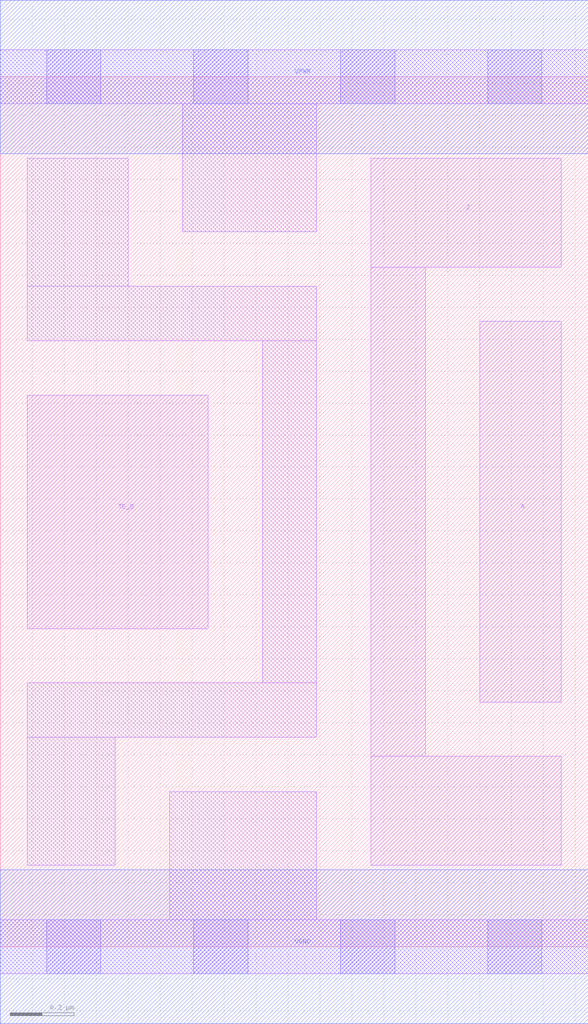
<source format=lef>
# Copyright 2020 The SkyWater PDK Authors
#
# Licensed under the Apache License, Version 2.0 (the "License");
# you may not use this file except in compliance with the License.
# You may obtain a copy of the License at
#
#     https://www.apache.org/licenses/LICENSE-2.0
#
# Unless required by applicable law or agreed to in writing, software
# distributed under the License is distributed on an "AS IS" BASIS,
# WITHOUT WARRANTIES OR CONDITIONS OF ANY KIND, either express or implied.
# See the License for the specific language governing permissions and
# limitations under the License.
#
# SPDX-License-Identifier: Apache-2.0

VERSION 5.7 ;
  NAMESCASESENSITIVE ON ;
  NOWIREEXTENSIONATPIN ON ;
  DIVIDERCHAR "/" ;
  BUSBITCHARS "[]" ;
UNITS
  DATABASE MICRONS 200 ;
END UNITS
MACRO sky130_fd_sc_hd__einvn_0
  CLASS CORE ;
  SOURCE USER ;
  FOREIGN sky130_fd_sc_hd__einvn_0 ;
  ORIGIN  0.000000  0.000000 ;
  SIZE  1.840000 BY  2.720000 ;
  SYMMETRY X Y R90 ;
  SITE unithd ;
  PIN A
    ANTENNAGATEAREA  0.159000 ;
    DIRECTION INPUT ;
    USE SIGNAL ;
    PORT
      LAYER li1 ;
        RECT 1.500000 0.765000 1.755000 1.955000 ;
    END
  END A
  PIN TE_B
    ANTENNAGATEAREA  0.222000 ;
    DIRECTION INPUT ;
    USE SIGNAL ;
    PORT
      LAYER li1 ;
        RECT 0.085000 0.995000 0.650000 1.725000 ;
    END
  END TE_B
  PIN Z
    ANTENNADIFFAREA  0.275600 ;
    DIRECTION OUTPUT ;
    USE SIGNAL ;
    PORT
      LAYER li1 ;
        RECT 1.160000 0.255000 1.755000 0.595000 ;
        RECT 1.160000 0.595000 1.330000 2.125000 ;
        RECT 1.160000 2.125000 1.755000 2.465000 ;
    END
  END Z
  PIN VGND
    DIRECTION INOUT ;
    SHAPE ABUTMENT ;
    USE GROUND ;
    PORT
      LAYER met1 ;
        RECT 0.000000 -0.240000 1.840000 0.240000 ;
    END
  END VGND
  PIN VPWR
    DIRECTION INOUT ;
    SHAPE ABUTMENT ;
    USE POWER ;
    PORT
      LAYER met1 ;
        RECT 0.000000 2.480000 1.840000 2.960000 ;
    END
  END VPWR
  OBS
    LAYER li1 ;
      RECT 0.000000 -0.085000 1.840000 0.085000 ;
      RECT 0.000000  2.635000 1.840000 2.805000 ;
      RECT 0.085000  0.255000 0.360000 0.655000 ;
      RECT 0.085000  0.655000 0.990000 0.825000 ;
      RECT 0.085000  1.895000 0.990000 2.065000 ;
      RECT 0.085000  2.065000 0.400000 2.465000 ;
      RECT 0.530000  0.085000 0.990000 0.485000 ;
      RECT 0.570000  2.235000 0.990000 2.635000 ;
      RECT 0.820000  0.825000 0.990000 1.895000 ;
    LAYER mcon ;
      RECT 0.145000 -0.085000 0.315000 0.085000 ;
      RECT 0.145000  2.635000 0.315000 2.805000 ;
      RECT 0.605000 -0.085000 0.775000 0.085000 ;
      RECT 0.605000  2.635000 0.775000 2.805000 ;
      RECT 1.065000 -0.085000 1.235000 0.085000 ;
      RECT 1.065000  2.635000 1.235000 2.805000 ;
      RECT 1.525000 -0.085000 1.695000 0.085000 ;
      RECT 1.525000  2.635000 1.695000 2.805000 ;
  END
END sky130_fd_sc_hd__einvn_0

</source>
